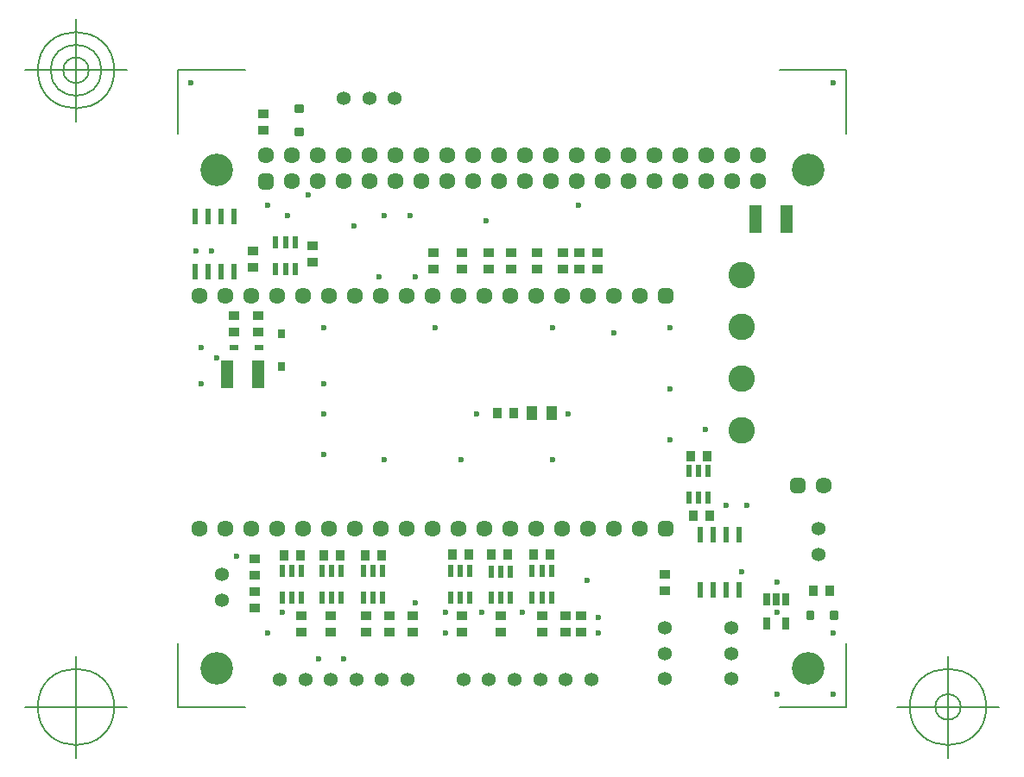
<source format=gbr>
G04 Generated by Ultiboard 14.0 *
%FSLAX34Y34*%
%MOMM*%

%ADD10C,0.0001*%
%ADD11C,0.1270*%
%ADD12C,3.2000*%
%ADD13C,1.6088*%
%ADD14R,0.5291X0.5291*%
%ADD15C,0.9949*%
%ADD16R,1.1500X2.7000*%
%ADD17R,0.6000X1.5500*%
%ADD18C,2.6000*%
%ADD19C,0.6000*%
%ADD20R,1.0000X0.9500*%
%ADD21R,0.6000X1.1500*%
%ADD22R,0.7600X0.8200*%
%ADD23R,1.0500X1.4000*%
%ADD24R,0.9500X1.0000*%
%ADD25C,1.3556*%
%ADD26R,0.7000X1.2000*%
%ADD27R,0.4000X0.5000*%
%ADD28C,0.4000*%
%ADD29R,0.5000X0.4000*%
%ADD30R,0.8500X0.5000*%


G04 ColorRGB FF00CC for the following layer *
%LNSolder Mask Top*%
%LPD*%
G54D10*
G54D11*
X-2540Y-2540D02*
X-2540Y59968D01*
X-2540Y-2540D02*
X62968Y-2540D01*
X652540Y-2540D02*
X587032Y-2540D01*
X652540Y-2540D02*
X652540Y59968D01*
X652540Y622540D02*
X652540Y560032D01*
X652540Y622540D02*
X587032Y622540D01*
X-2540Y622540D02*
X62968Y622540D01*
X-2540Y622540D02*
X-2540Y560032D01*
X-52540Y-2540D02*
X-152540Y-2540D01*
X-102540Y-52540D02*
X-102540Y47460D01*
X-140040Y-2540D02*
G75*
D01*
G02X-140040Y-2540I37500J0*
G01*
X702540Y-2540D02*
X802540Y-2540D01*
X752540Y-52540D02*
X752540Y47460D01*
X715040Y-2540D02*
G75*
D01*
G02X715040Y-2540I37500J0*
G01*
X740040Y-2540D02*
G75*
D01*
G02X740040Y-2540I12500J0*
G01*
X-52540Y622540D02*
X-152540Y622540D01*
X-102540Y572540D02*
X-102540Y672540D01*
X-140040Y622540D02*
G75*
D01*
G02X-140040Y622540I37500J0*
G01*
X-127540Y622540D02*
G75*
D01*
G02X-127540Y622540I25000J0*
G01*
X-115040Y622540D02*
G75*
D01*
G02X-115040Y622540I12500J0*
G01*
G54D12*
X35000Y35000D03*
X615000Y525000D03*
X35000Y525000D03*
X615000Y35000D03*
G54D13*
X566316Y513316D03*
X566316Y538716D03*
X236116Y513316D03*
X236116Y538716D03*
X83716Y538716D03*
X159916Y513316D03*
X159916Y538716D03*
X109116Y513316D03*
X109116Y538716D03*
X134516Y513316D03*
X134516Y538716D03*
X185316Y513316D03*
X185316Y538716D03*
X210716Y513316D03*
X210716Y538716D03*
X388516Y513316D03*
X388516Y538716D03*
X312316Y513316D03*
X312316Y538716D03*
X286916Y513316D03*
X286916Y538716D03*
X261516Y513316D03*
X261516Y538716D03*
X363116Y513316D03*
X363116Y538716D03*
X337716Y513316D03*
X337716Y538716D03*
X439316Y513316D03*
X439316Y538716D03*
X413916Y513316D03*
X413916Y538716D03*
X464716Y513316D03*
X464716Y538716D03*
X515516Y513316D03*
X515516Y538716D03*
X490116Y513316D03*
X490116Y538716D03*
X540916Y513316D03*
X540916Y538716D03*
X630400Y215000D03*
X171116Y172684D03*
X323516Y172684D03*
X425116Y172684D03*
X450516Y172684D03*
X348916Y172684D03*
X374316Y172684D03*
X399716Y172684D03*
X247316Y172684D03*
X272716Y172684D03*
X298116Y172684D03*
X196516Y172684D03*
X221916Y172684D03*
X18716Y172684D03*
X94916Y172684D03*
X120316Y172684D03*
X145716Y172684D03*
X44116Y172684D03*
X69516Y172684D03*
X171116Y401284D03*
X323516Y401284D03*
X425116Y401284D03*
X450516Y401284D03*
X348916Y401284D03*
X374316Y401284D03*
X399716Y401284D03*
X247316Y401284D03*
X272716Y401284D03*
X298116Y401284D03*
X196516Y401284D03*
X221916Y401284D03*
X18716Y401284D03*
X94916Y401284D03*
X120316Y401284D03*
X145716Y401284D03*
X44116Y401284D03*
X69516Y401284D03*
G54D14*
X83716Y513316D03*
X605000Y215000D03*
X475916Y172684D03*
X475916Y401284D03*
G54D15*
X81071Y510671D02*
X86361Y510671D01*
X86361Y515961D01*
X81071Y515961D01*
X81071Y510671D01*D02*
X602355Y212355D02*
X607645Y212355D01*
X607645Y217645D01*
X602355Y217645D01*
X602355Y212355D01*D02*
X473271Y170039D02*
X478561Y170039D01*
X478561Y175329D01*
X473271Y175329D01*
X473271Y170039D01*D02*
X473271Y398639D02*
X478561Y398639D01*
X478561Y403929D01*
X473271Y403929D01*
X473271Y398639D01*D02*
G54D16*
X564120Y476250D03*
X594120Y476250D03*
X45960Y323850D03*
X75960Y323850D03*
G54D17*
X13970Y425120D03*
X26670Y425120D03*
X39370Y425120D03*
X52070Y425120D03*
X13970Y479120D03*
X26670Y479120D03*
X39370Y479120D03*
X52070Y479120D03*
X509270Y112700D03*
X521970Y112700D03*
X534670Y112700D03*
X547370Y112700D03*
X509270Y166700D03*
X521970Y166700D03*
X534670Y166700D03*
X547370Y166700D03*
G54D18*
X550000Y268800D03*
X550000Y319600D03*
X550000Y370400D03*
X550000Y421200D03*
G54D19*
X85000Y70000D03*
X480000Y370000D03*
X300000Y475000D03*
X535000Y195000D03*
X290000Y285000D03*
X200000Y240000D03*
X275000Y240000D03*
X140000Y245000D03*
X140000Y315000D03*
X140000Y285000D03*
X380000Y285000D03*
X480000Y260000D03*
X480000Y310000D03*
X550000Y130000D03*
X230000Y100000D03*
X55000Y145000D03*
X585000Y120000D03*
X555000Y195000D03*
X20000Y350000D03*
X15000Y445000D03*
X30000Y445000D03*
X515000Y270000D03*
X584500Y90200D03*
X640000Y70000D03*
X585000Y10000D03*
X640000Y10000D03*
X640000Y610000D03*
X10000Y610000D03*
X20000Y315000D03*
X140000Y370000D03*
X250000Y370000D03*
X365000Y370000D03*
X365000Y240000D03*
X425000Y365000D03*
X390000Y490000D03*
X85000Y490000D03*
X105000Y480000D03*
X335000Y90000D03*
X295000Y90000D03*
X410000Y85000D03*
X410000Y70000D03*
X100000Y90000D03*
X135000Y45000D03*
X160000Y45000D03*
X260000Y90000D03*
X260000Y70000D03*
X398780Y121920D03*
X125000Y500000D03*
X200000Y480000D03*
X225000Y480000D03*
X230000Y420000D03*
X195000Y420000D03*
X170000Y470000D03*
X35000Y340000D03*
G54D20*
X275590Y443610D03*
X275590Y427610D03*
X302260Y427610D03*
X302260Y443610D03*
X71120Y444880D03*
X71120Y428880D03*
X391160Y427610D03*
X391160Y443610D03*
X408940Y427610D03*
X408940Y443610D03*
X247650Y427610D03*
X247650Y443610D03*
X204470Y70660D03*
X204470Y86660D03*
X227330Y86660D03*
X227330Y70660D03*
X147320Y86660D03*
X147320Y70660D03*
X118110Y70660D03*
X118110Y86660D03*
X181610Y86660D03*
X181610Y70660D03*
X81280Y579500D03*
X81280Y563500D03*
X354330Y86740D03*
X354330Y70740D03*
X392430Y70740D03*
X392430Y86740D03*
X313690Y70740D03*
X313690Y86740D03*
X275590Y70740D03*
X275590Y86740D03*
X129540Y433960D03*
X129540Y449960D03*
X323850Y427610D03*
X323850Y443610D03*
X349250Y443610D03*
X349250Y427610D03*
X374650Y427610D03*
X374650Y443610D03*
X474980Y111380D03*
X474980Y127380D03*
X377190Y70740D03*
X377190Y86740D03*
X72390Y94870D03*
X72390Y110870D03*
X72390Y126620D03*
X72390Y142620D03*
X76200Y365380D03*
X76200Y381380D03*
X52070Y365380D03*
X52070Y381380D03*
G54D21*
X102870Y427690D03*
X93370Y427690D03*
X112370Y427690D03*
X93370Y453690D03*
X102870Y453690D03*
X112370Y453690D03*
X138584Y105034D03*
X148084Y105034D03*
X157584Y105034D03*
X148084Y131034D03*
X138584Y131034D03*
X157584Y131034D03*
X188784Y104826D03*
X179284Y104826D03*
X198284Y104826D03*
X188784Y130826D03*
X179284Y130826D03*
X198284Y130826D03*
X264463Y104852D03*
X273963Y104852D03*
X283463Y104852D03*
X264463Y130852D03*
X283463Y130852D03*
X273963Y130852D03*
X304480Y104475D03*
X323480Y104475D03*
X313980Y104475D03*
X304480Y130475D03*
X323480Y130475D03*
X313980Y130475D03*
X344830Y105110D03*
X363830Y105110D03*
X354330Y105110D03*
X344830Y131110D03*
X363830Y131110D03*
X354330Y131110D03*
X99522Y104672D03*
X109022Y104672D03*
X118522Y104672D03*
X99522Y130672D03*
X109022Y130672D03*
X118522Y130672D03*
X498500Y202900D03*
X508000Y202900D03*
X517500Y202900D03*
X498500Y228900D03*
X508000Y228900D03*
X517500Y228900D03*
G54D22*
X99060Y331880D03*
X99060Y364080D03*
G54D23*
X344830Y285750D03*
X363830Y285750D03*
G54D24*
X310770Y285750D03*
X326770Y285750D03*
X282320Y147320D03*
X266320Y147320D03*
X304420Y147320D03*
X320420Y147320D03*
X346330Y147320D03*
X362330Y147320D03*
X140590Y146050D03*
X156590Y146050D03*
X117220Y146050D03*
X101220Y146050D03*
X181230Y146050D03*
X197230Y146050D03*
X620650Y111760D03*
X636650Y111760D03*
X518540Y185420D03*
X502540Y185420D03*
X516000Y243840D03*
X500000Y243840D03*
G54D25*
X222500Y24750D03*
X197500Y24750D03*
X172500Y24750D03*
X147500Y24750D03*
X122500Y24750D03*
X97500Y24750D03*
X402500Y24750D03*
X377500Y24750D03*
X352500Y24750D03*
X327500Y24750D03*
X302500Y24750D03*
X277500Y24750D03*
X475250Y75000D03*
X475250Y50000D03*
X475250Y25000D03*
X540250Y75000D03*
X540250Y50000D03*
X540250Y25000D03*
X625250Y172500D03*
X625250Y147500D03*
X40250Y127500D03*
X40250Y102500D03*
X160000Y595250D03*
X185000Y595250D03*
X210000Y595250D03*
G54D26*
X574700Y79440D03*
X593700Y79440D03*
X574700Y103440D03*
X584200Y103440D03*
X593700Y103440D03*
G54D27*
X617150Y87723D03*
X640150Y87723D03*
G54D28*
X615150Y85223D02*
X619150Y85223D01*
X619150Y90223D01*
X615150Y90223D01*
X615150Y85223D01*D02*
X638150Y85223D02*
X642150Y85223D01*
X642150Y90223D01*
X638150Y90223D01*
X638150Y85223D01*D02*
X113070Y583540D02*
X118070Y583540D01*
X118070Y587540D01*
X113070Y587540D01*
X113070Y583540D01*D02*
X113070Y560540D02*
X118070Y560540D01*
X118070Y564540D01*
X113070Y564540D01*
X113070Y560540D01*D02*
G54D29*
X115570Y585540D03*
X115570Y562540D03*
G54D30*
X52270Y350520D03*
X77270Y350520D03*

M02*

</source>
